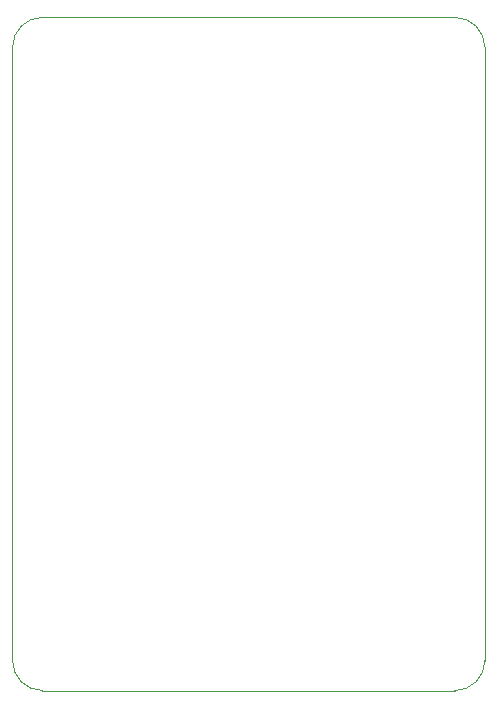
<source format=gbo>
G04 Layer_Color=32896*
%FSLAX44Y44*%
%MOMM*%
G71*
G01*
G75*
%ADD14C,0.1000*%
D14*
X400000Y544600D02*
G03*
X374600Y570000I-25400J0D01*
G01*
X25400D02*
G03*
X0Y544600I0J-25400D01*
G01*
X374600Y0D02*
G03*
X400000Y25400I0J25400D01*
G01*
X0D02*
G03*
X25400Y0I25400J0D01*
G01*
X25600Y570000D02*
X374600D01*
X400000Y25400D02*
Y544600D01*
X25400Y0D02*
X374600D01*
X0Y25400D02*
Y544600D01*
M02*

</source>
